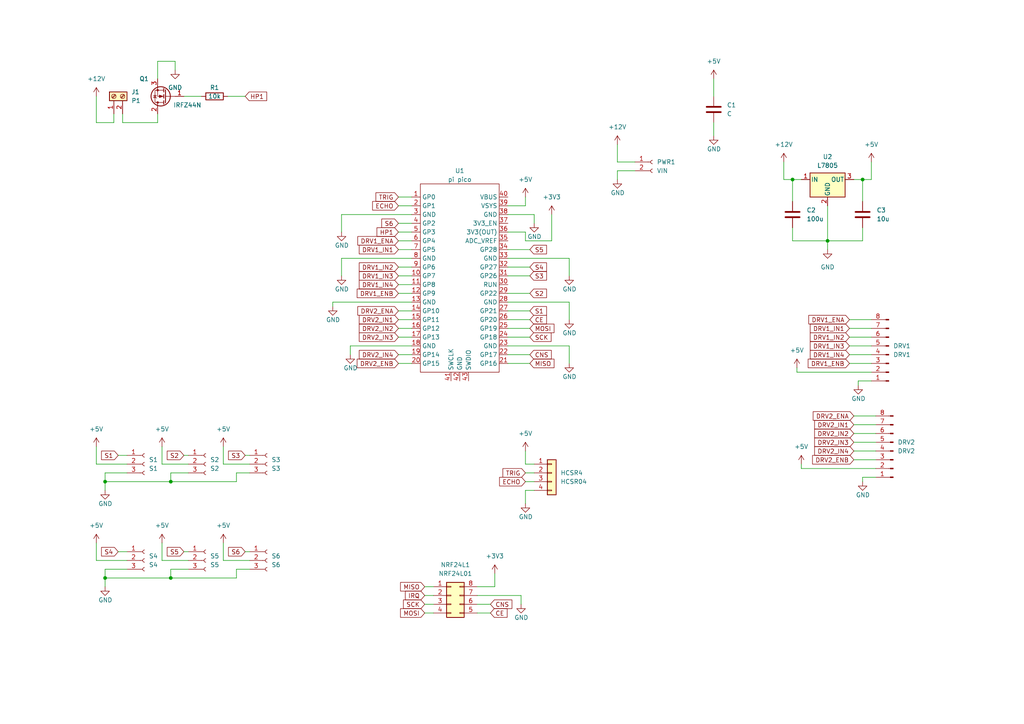
<source format=kicad_sch>
(kicad_sch (version 20211123) (generator eeschema)
  (paper "A4")
  (lib_symbols
    (symbol "Connector:Conn_01x02_Female" (pin_names (offset 1.016) hide)
      (property "Reference" "J" (at 0 2.54 0))
      (property "Value" "Conn_01x02_Female" (at 0 -5.08 0))
      (symbol "Conn_01x02_Female_1_1"
        (arc (start 0 -2.032) (mid -0.508 -2.54) (end 0 -3.048) (stroke (width 0.1524)))
        (polyline (pts (xy -1.27 -2.54) (xy -0.508 -2.54)) (stroke (width 0.1524)))
        (polyline (pts (xy -1.27 0) (xy -0.508 0)) (stroke (width 0.1524)))
        (arc (start 0 0.508) (mid -0.508 0) (end 0 -0.508) (stroke (width 0.1524)))
        (pin passive line (at -5.08 0 0) (length 3.81) (name "Pin_1") (number "1"))
        (pin passive line (at -5.08 -2.54 0) (length 3.81) (name "Pin_2") (number "2"))
      )
    )
    (symbol "Connector:Conn_01x03_Female" (pin_names (offset 1.016) hide)
      (property "Reference" "J" (at 0 5.08 0))
      (property "Value" "Conn_01x03_Female" (at 0 -5.08 0))
      (symbol "Conn_01x03_Female_1_1"
        (arc (start 0 -2.032) (mid -0.508 -2.54) (end 0 -3.048) (stroke (width 0.1524)))
        (polyline (pts (xy -1.27 -2.54) (xy -0.508 -2.54)) (stroke (width 0.1524)))
        (polyline (pts (xy -1.27 0) (xy -0.508 0)) (stroke (width 0.1524)))
        (polyline (pts (xy -1.27 2.54) (xy -0.508 2.54)) (stroke (width 0.1524)))
        (arc (start 0 0.508) (mid -0.508 0) (end 0 -0.508) (stroke (width 0.1524)))
        (arc (start 0 3.048) (mid -0.508 2.54) (end 0 2.032) (stroke (width 0.1524)))
        (pin passive line (at -5.08 2.54 0) (length 3.81) (name "Pin_1") (number "1"))
        (pin passive line (at -5.08 0 0) (length 3.81) (name "Pin_2") (number "2"))
        (pin passive line (at -5.08 -2.54 0) (length 3.81) (name "Pin_3") (number "3"))
      )
    )
    (symbol "Connector:Conn_01x08_Male" (pin_names (offset 1.016) hide)
      (property "Reference" "J" (at 0 10.16 0))
      (property "Value" "Conn_01x08_Male" (at 0 -12.7 0))
      (symbol "Conn_01x08_Male_1_1"
        (polyline (pts (xy 1.27 -10.16) (xy 0.8636 -10.16)) (stroke (width 0.1524)))
        (polyline (pts (xy 1.27 -7.62) (xy 0.8636 -7.62)) (stroke (width 0.1524)))
        (polyline (pts (xy 1.27 -5.08) (xy 0.8636 -5.08)) (stroke (width 0.1524)))
        (polyline (pts (xy 1.27 -2.54) (xy 0.8636 -2.54)) (stroke (width 0.1524)))
        (polyline (pts (xy 1.27 0) (xy 0.8636 0)) (stroke (width 0.1524)))
        (polyline (pts (xy 1.27 2.54) (xy 0.8636 2.54)) (stroke (width 0.1524)))
        (polyline (pts (xy 1.27 5.08) (xy 0.8636 5.08)) (stroke (width 0.1524)))
        (polyline (pts (xy 1.27 7.62) (xy 0.8636 7.62)) (stroke (width 0.1524)))
        (rectangle (start 0.8636 -10.033) (end 0 -10.287) (stroke (width 0.1524)) (fill (type outline)))
        (rectangle (start 0.8636 -7.493) (end 0 -7.747) (stroke (width 0.1524)) (fill (type outline)))
        (rectangle (start 0.8636 -4.953) (end 0 -5.207) (stroke (width 0.1524)) (fill (type outline)))
        (rectangle (start 0.8636 -2.413) (end 0 -2.667) (stroke (width 0.1524)) (fill (type outline)))
        (rectangle (start 0.8636 0.127) (end 0 -0.127) (stroke (width 0.1524)) (fill (type outline)))
        (rectangle (start 0.8636 2.667) (end 0 2.413) (stroke (width 0.1524)) (fill (type outline)))
        (rectangle (start 0.8636 5.207) (end 0 4.953) (stroke (width 0.1524)) (fill (type outline)))
        (rectangle (start 0.8636 7.747) (end 0 7.493) (stroke (width 0.1524)) (fill (type outline)))
        (pin passive line (at 5.08 7.62 180) (length 3.81) (name "Pin_1") (number "1"))
        (pin passive line (at 5.08 5.08 180) (length 3.81) (name "Pin_2") (number "2"))
        (pin passive line (at 5.08 2.54 180) (length 3.81) (name "Pin_3") (number "3"))
        (pin passive line (at 5.08 0 180) (length 3.81) (name "Pin_4") (number "4"))
        (pin passive line (at 5.08 -2.54 180) (length 3.81) (name "Pin_5") (number "5"))
        (pin passive line (at 5.08 -5.08 180) (length 3.81) (name "Pin_6") (number "6"))
        (pin passive line (at 5.08 -7.62 180) (length 3.81) (name "Pin_7") (number "7"))
        (pin passive line (at 5.08 -10.16 180) (length 3.81) (name "Pin_8") (number "8"))
      )
    )
    (symbol "Connector:Screw_Terminal_01x02" (pin_names (offset 1.016) hide)
      (property "Reference" "J" (at 0 2.54 0))
      (property "Value" "Screw_Terminal_01x02" (at 0 -5.08 0))
      (symbol "Screw_Terminal_01x02_1_1"
        (rectangle (start -1.27 1.27) (end 1.27 -3.81) (stroke (width 0.254)) (fill (type background)))
        (circle (center 0 -2.54) (radius 0.635) (stroke (width 0.1524)))
        (polyline (pts (xy -0.5334 -2.2098) (xy 0.3302 -3.048)) (stroke (width 0.1524)))
        (polyline (pts (xy -0.5334 0.3302) (xy 0.3302 -0.508)) (stroke (width 0.1524)))
        (polyline (pts (xy -0.3556 -2.032) (xy 0.508 -2.8702)) (stroke (width 0.1524)))
        (polyline (pts (xy -0.3556 0.508) (xy 0.508 -0.3302)) (stroke (width 0.1524)))
        (circle (center 0 0) (radius 0.635) (stroke (width 0.1524)))
        (pin passive line (at -5.08 0 0) (length 3.81) (name "Pin_1") (number "1"))
        (pin passive line (at -5.08 -2.54 0) (length 3.81) (name "Pin_2") (number "2"))
      )
    )
    (symbol "Connector_Generic:Conn_01x04" (pin_names (offset 1.016) hide)
      (property "Reference" "J" (at 0 5.08 0))
      (property "Value" "Conn_01x04" (at 0 -7.62 0))
      (symbol "Conn_01x04_1_1"
        (rectangle (start -1.27 -4.953) (end 0 -5.207) (stroke (width 0.1524)))
        (rectangle (start -1.27 -2.413) (end 0 -2.667) (stroke (width 0.1524)))
        (rectangle (start -1.27 0.127) (end 0 -0.127) (stroke (width 0.1524)))
        (rectangle (start -1.27 2.667) (end 0 2.413) (stroke (width 0.1524)))
        (rectangle (start -1.27 3.81) (end 1.27 -6.35) (stroke (width 0.254)) (fill (type background)))
        (pin passive line (at -5.08 2.54 0) (length 3.81) (name "Pin_1") (number "1"))
        (pin passive line (at -5.08 0 0) (length 3.81) (name "Pin_2") (number "2"))
        (pin passive line (at -5.08 -2.54 0) (length 3.81) (name "Pin_3") (number "3"))
        (pin passive line (at -5.08 -5.08 0) (length 3.81) (name "Pin_4") (number "4"))
      )
    )
    (symbol "Connector_Generic:Conn_02x04_Counter_Clockwise" (pin_names (offset 1.016) hide)
      (property "Reference" "J" (at 1.27 5.08 0))
      (property "Value" "Conn_02x04_Counter_Clockwise" (at 1.27 -7.62 0))
      (symbol "Conn_02x04_Counter_Clockwise_1_1"
        (rectangle (start -1.27 -4.953) (end 0 -5.207) (stroke (width 0.1524)))
        (rectangle (start -1.27 -2.413) (end 0 -2.667) (stroke (width 0.1524)))
        (rectangle (start -1.27 0.127) (end 0 -0.127) (stroke (width 0.1524)))
        (rectangle (start -1.27 2.667) (end 0 2.413) (stroke (width 0.1524)))
        (rectangle (start -1.27 3.81) (end 3.81 -6.35) (stroke (width 0.254)) (fill (type background)))
        (rectangle (start 3.81 -4.953) (end 2.54 -5.207) (stroke (width 0.1524)))
        (rectangle (start 3.81 -2.413) (end 2.54 -2.667) (stroke (width 0.1524)))
        (rectangle (start 3.81 0.127) (end 2.54 -0.127) (stroke (width 0.1524)))
        (rectangle (start 3.81 2.667) (end 2.54 2.413) (stroke (width 0.1524)))
        (pin passive line (at -5.08 2.54 0) (length 3.81) (name "Pin_1") (number "1"))
        (pin passive line (at -5.08 0 0) (length 3.81) (name "Pin_2") (number "2"))
        (pin passive line (at -5.08 -2.54 0) (length 3.81) (name "Pin_3") (number "3"))
        (pin passive line (at -5.08 -5.08 0) (length 3.81) (name "Pin_4") (number "4"))
        (pin passive line (at 7.62 -5.08 180) (length 3.81) (name "Pin_5") (number "5"))
        (pin passive line (at 7.62 -2.54 180) (length 3.81) (name "Pin_6") (number "6"))
        (pin passive line (at 7.62 0 180) (length 3.81) (name "Pin_7") (number "7"))
        (pin passive line (at 7.62 2.54 180) (length 3.81) (name "Pin_8") (number "8"))
      )
    )
    (symbol "Device:C" (pin_numbers hide) (pin_names (offset 0.254))
      (property "Reference" "C" (at 0.635 2.54 0))
      (property "Value" "C" (at 0.635 -2.54 0))
      (symbol "C_0_1"
        (polyline (pts (xy -2.032 -0.762) (xy 2.032 -0.762)) (stroke (width 0.508)))
        (polyline (pts (xy -2.032 0.762) (xy 2.032 0.762)) (stroke (width 0.508)))
      )
      (symbol "C_1_1"
        (pin passive line (at 0 3.81 270) (length 2.794) (name "~") (number "1"))
        (pin passive line (at 0 -3.81 90) (length 2.794) (name "~") (number "2"))
      )
    )
    (symbol "Device:R" (pin_numbers hide) (pin_names (offset 0))
      (property "Reference" "R" (at 2.032 0 90))
      (property "Value" "R" (at 0 0 90))
      (symbol "R_0_1"
        (rectangle (start -1.016 -2.54) (end 1.016 2.54) (stroke (width 0.254)))
      )
      (symbol "R_1_1"
        (pin passive line (at 0 3.81 270) (length 1.27) (name "~") (number "1"))
        (pin passive line (at 0 -3.81 90) (length 1.27) (name "~") (number "2"))
      )
    )
    (symbol "Regulator_Linear:L7805" (pin_names (offset 0.254))
      (property "Reference" "U" (at -3.81 3.175 0))
      (property "Value" "L7805" (at 0 3.175 0))
      (symbol "L7805_0_1"
        (rectangle (start -5.08 1.905) (end 5.08 -5.08) (stroke (width 0.254)) (fill (type background)))
      )
      (symbol "L7805_1_1"
        (pin power_in line (at -7.62 0 0) (length 2.54) (name "IN") (number "1"))
        (pin power_in line (at 0 -7.62 90) (length 2.54) (name "GND") (number "2"))
        (pin power_out line (at 7.62 0 180) (length 2.54) (name "OUT") (number "3"))
      )
    )
    (symbol "Transistor_FET:IRF540N" (pin_names hide)
      (property "Reference" "Q" (at 6.35 1.905 0))
      (property "Value" "IRF540N" (at 6.35 0 0))
      (symbol "IRF540N_0_1"
        (polyline (pts (xy 0.254 0) (xy -2.54 0)))
        (polyline (pts (xy 0.254 1.905) (xy 0.254 -1.905)) (stroke (width 0.254)))
        (polyline (pts (xy 0.762 -1.27) (xy 0.762 -2.286)) (stroke (width 0.254)))
        (polyline (pts (xy 0.762 0.508) (xy 0.762 -0.508)) (stroke (width 0.254)))
        (polyline (pts (xy 0.762 2.286) (xy 0.762 1.27)) (stroke (width 0.254)))
        (polyline (pts (xy 2.54 2.54) (xy 2.54 1.778)))
        (polyline (pts (xy 2.54 -2.54) (xy 2.54 0) (xy 0.762 0)))
        (polyline (pts (xy 0.762 -1.778) (xy 3.302 -1.778) (xy 3.302 1.778) (xy 0.762 1.778)))
        (polyline (pts (xy 1.016 0) (xy 2.032 0.381) (xy 2.032 -0.381) (xy 1.016 0)) (fill (type outline)))
        (polyline (pts (xy 2.794 0.508) (xy 2.921 0.381) (xy 3.683 0.381) (xy 3.81 0.254)))
        (polyline (pts (xy 3.302 0.381) (xy 2.921 -0.254) (xy 3.683 -0.254) (xy 3.302 0.381)))
        (circle (center 1.651 0) (radius 2.794) (stroke (width 0.254)))
        (circle (center 2.54 -1.778) (radius 0.254) (fill (type outline)))
        (circle (center 2.54 1.778) (radius 0.254) (fill (type outline)))
      )
      (symbol "IRF540N_1_1"
        (pin input line (at -5.08 0 0) (length 2.54) (name "G") (number "1"))
        (pin passive line (at 2.54 5.08 270) (length 2.54) (name "D") (number "2"))
        (pin passive line (at 2.54 -5.08 90) (length 2.54) (name "S") (number "3"))
      )
    )
    (symbol "pico:pi pico"
      (property "Reference" "U" (at 6.35 -29.21 0))
      (property "Value" "pi pico" (at 0 25.4 0))
      (symbol "pi pico_0_1"
        (rectangle (start -11.43 26.67) (end 11.43 -27.94))
      )
      (symbol "pi pico_1_1"
        (pin bidirectional line (at -13.97 22.86 0) (length 2.54) (name "GP0") (number "1"))
        (pin bidirectional line (at -13.97 0 0) (length 2.54) (name "GP7") (number "10"))
        (pin bidirectional line (at -13.97 -2.54 0) (length 2.54) (name "GP8") (number "11"))
        (pin bidirectional line (at -13.97 -5.08 0) (length 2.54) (name "GP9") (number "12"))
        (pin power_in line (at -13.97 -7.62 0) (length 2.54) (name "GND") (number "13"))
        (pin bidirectional line (at -13.97 -10.16 0) (length 2.54) (name "GP10") (number "14"))
        (pin bidirectional line (at -13.97 -12.7 0) (length 2.54) (name "GP11") (number "15"))
        (pin bidirectional line (at -13.97 -15.24 0) (length 2.54) (name "GP12") (number "16"))
        (pin bidirectional line (at -13.97 -17.78 0) (length 2.54) (name "GP13") (number "17"))
        (pin power_in line (at -13.97 -20.32 0) (length 2.54) (name "GND") (number "18"))
        (pin bidirectional line (at -13.97 -22.86 0) (length 2.54) (name "GP14") (number "19"))
        (pin bidirectional line (at -13.97 20.32 0) (length 2.54) (name "GP1") (number "2"))
        (pin bidirectional line (at -13.97 -25.4 0) (length 2.54) (name "GP15") (number "20"))
        (pin bidirectional line (at 13.97 -25.4 180) (length 2.54) (name "GP16") (number "21"))
        (pin bidirectional line (at 13.97 -22.86 180) (length 2.54) (name "GP17") (number "22"))
        (pin power_in line (at 13.97 -20.32 180) (length 2.54) (name "GND") (number "23"))
        (pin bidirectional line (at 13.97 -17.78 180) (length 2.54) (name "GP18") (number "24"))
        (pin bidirectional line (at 13.97 -15.24 180) (length 2.54) (name "GP19") (number "25"))
        (pin bidirectional line (at 13.97 -12.7 180) (length 2.54) (name "GP20") (number "26"))
        (pin bidirectional line (at 13.97 -10.16 180) (length 2.54) (name "GP21") (number "27"))
        (pin power_in line (at 13.97 -7.62 180) (length 2.54) (name "GND") (number "28"))
        (pin bidirectional line (at 13.97 -5.08 180) (length 2.54) (name "GP22") (number "29"))
        (pin power_in line (at -13.97 17.78 0) (length 2.54) (name "GND") (number "3"))
        (pin input line (at 13.97 -2.54 180) (length 2.54) (name "RUN") (number "30"))
        (pin bidirectional line (at 13.97 0 180) (length 2.54) (name "GP26") (number "31"))
        (pin bidirectional line (at 13.97 2.54 180) (length 2.54) (name "GP27") (number "32"))
        (pin power_in line (at 13.97 5.08 180) (length 2.54) (name "GND") (number "33"))
        (pin bidirectional line (at 13.97 7.62 180) (length 2.54) (name "GP28") (number "34"))
        (pin input line (at 13.97 10.16 180) (length 2.54) (name "ADC_VREF") (number "35"))
        (pin power_out line (at 13.97 12.7 180) (length 2.54) (name "3V3(OUT)") (number "36"))
        (pin input line (at 13.97 15.24 180) (length 2.54) (name "3V3_EN") (number "37"))
        (pin power_in line (at 13.97 17.78 180) (length 2.54) (name "GND") (number "38"))
        (pin power_out line (at 13.97 20.32 180) (length 2.54) (name "VSYS") (number "39"))
        (pin bidirectional line (at -13.97 15.24 0) (length 2.54) (name "GP2") (number "4"))
        (pin power_out line (at 13.97 22.86 180) (length 2.54) (name "VBUS") (number "40"))
        (pin bidirectional line (at -2.54 -30.48 90) (length 2.54) (name "SWCLK") (number "41"))
        (pin power_in line (at 0 -30.48 90) (length 2.54) (name "GND") (number "42"))
        (pin bidirectional line (at 2.54 -30.48 90) (length 2.54) (name "SWDIO") (number "43"))
        (pin bidirectional line (at -13.97 12.7 0) (length 2.54) (name "GP3") (number "5"))
        (pin bidirectional line (at -13.97 10.16 0) (length 2.54) (name "GP4") (number "6"))
        (pin bidirectional line (at -13.97 7.62 0) (length 2.54) (name "GP5") (number "7"))
        (pin power_in line (at -13.97 5.08 0) (length 2.54) (name "GND") (number "8"))
        (pin bidirectional line (at -13.97 2.54 0) (length 2.54) (name "GP6") (number "9"))
      )
    )
    (symbol "power:+12V" (power) (pin_names (offset 0))
      (property "Value" "+12V" (at 0 3.556 0))
      (symbol "+12V_0_1"
        (polyline (pts (xy -0.762 1.27) (xy 0 2.54)))
        (polyline (pts (xy 0 0) (xy 0 2.54)))
        (polyline (pts (xy 0 2.54) (xy 0.762 1.27)))
      )
      (symbol "+12V_1_1"
        (pin power_in line (at 0 0 90) (length 0) hide (name "+12V") (number "1"))
      )
    )
    (symbol "power:+3V3" (power) (pin_names (offset 0))
      (property "Value" "+3V3" (at 0 3.556 0))
      (symbol "+3V3_0_1"
        (polyline (pts (xy -0.762 1.27) (xy 0 2.54)))
        (polyline (pts (xy 0 0) (xy 0 2.54)))
        (polyline (pts (xy 0 2.54) (xy 0.762 1.27)))
      )
      (symbol "+3V3_1_1"
        (pin power_in line (at 0 0 90) (length 0) hide (name "+3V3") (number "1"))
      )
    )
    (symbol "power:+5V" (power) (pin_names (offset 0))
      (property "Value" "+5V" (at 0 3.556 0))
      (symbol "+5V_0_1"
        (polyline (pts (xy -0.762 1.27) (xy 0 2.54)))
        (polyline (pts (xy 0 0) (xy 0 2.54)))
        (polyline (pts (xy 0 2.54) (xy 0.762 1.27)))
      )
      (symbol "+5V_1_1"
        (pin power_in line (at 0 0 90) (length 0) hide (name "+5V") (number "1"))
      )
    )
    (symbol "power:GND" (power) (pin_names (offset 0))
      (property "Value" "GND" (at 0 -3.81 0))
      (symbol "GND_0_1"
        (polyline (pts (xy 0 0) (xy 0 -1.27) (xy 1.27 -1.27) (xy 0 -2.54) (xy -1.27 -1.27) (xy 0 -1.27)))
      )
      (symbol "GND_1_1"
        (pin power_in line (at 0 0 270) (length 0) hide (name "GND") (number "1"))
      )
    )
  )
  (junction (at 240.03 69.85))
  (junction (at 49.53 167.64))
  (junction (at 30.48 139.7))
  (junction (at 250.19 52.07))
  (junction (at 30.48 167.64))
  (junction (at 229.87 52.07))
  (junction (at 49.53 139.7))
  (wire (pts (xy 72.39 162.56) (xy 64.77 162.56)))
  (wire (pts (xy 101.6 102.87) (xy 101.6 100.33)))
  (wire (pts (xy 246.38 97.79) (xy 252.73 97.79)))
  (wire (pts (xy 247.65 120.65) (xy 254 120.65)))
  (wire (pts (xy 147.32 102.87) (xy 153.67 102.87)))
  (wire (pts (xy 160.02 62.23) (xy 160.02 69.85)))
  (wire (pts (xy 240.03 69.85) (xy 250.19 69.85)))
  (wire (pts (xy 165.1 87.63) (xy 147.32 87.63)))
  (wire (pts (xy 151.13 172.72) (xy 151.13 175.26)))
  (wire (pts (xy 179.07 49.53) (xy 179.07 52.07)))
  (wire (pts (xy 96.52 87.63) (xy 119.38 87.63)))
  (wire (pts (xy 35.56 35.56) (xy 45.72 35.56)))
  (wire (pts (xy 229.87 66.04) (xy 229.87 69.85)))
  (wire (pts (xy 152.4 134.62) (xy 152.4 130.81)))
  (wire (pts (xy 246.38 95.25) (xy 252.73 95.25)))
  (wire (pts (xy 64.77 134.62) (xy 64.77 129.54)))
  (wire (pts (xy 30.48 167.64) (xy 30.48 165.1)))
  (wire (pts (xy 207.01 35.56) (xy 207.01 39.37)))
  (wire (pts (xy 53.34 160.02) (xy 54.61 160.02)))
  (wire (pts (xy 123.19 175.26) (xy 125.73 175.26)))
  (wire (pts (xy 49.53 137.16) (xy 49.53 139.7)))
  (wire (pts (xy 49.53 139.7) (xy 30.48 139.7)))
  (wire (pts (xy 30.48 165.1) (xy 36.83 165.1)))
  (wire (pts (xy 115.57 64.77) (xy 119.38 64.77)))
  (wire (pts (xy 46.99 134.62) (xy 46.99 129.54)))
  (wire (pts (xy 250.19 138.43) (xy 250.19 139.7)))
  (wire (pts (xy 184.15 46.99) (xy 179.07 46.99)))
  (wire (pts (xy 66.04 27.94) (xy 71.12 27.94)))
  (wire (pts (xy 165.1 92.71) (xy 165.1 87.63)))
  (wire (pts (xy 147.32 90.17) (xy 153.67 90.17)))
  (wire (pts (xy 247.65 123.19) (xy 254 123.19)))
  (wire (pts (xy 247.65 52.07) (xy 250.19 52.07)))
  (wire (pts (xy 232.41 135.89) (xy 232.41 134.62)))
  (wire (pts (xy 50.8 17.78) (xy 50.8 20.32)))
  (wire (pts (xy 247.65 128.27) (xy 254 128.27)))
  (wire (pts (xy 123.19 172.72) (xy 125.73 172.72)))
  (wire (pts (xy 30.48 170.18) (xy 30.48 167.64)))
  (wire (pts (xy 147.32 80.01) (xy 153.67 80.01)))
  (wire (pts (xy 49.53 167.64) (xy 68.58 167.64)))
  (wire (pts (xy 115.57 85.09) (xy 119.38 85.09)))
  (wire (pts (xy 246.38 105.41) (xy 252.73 105.41)))
  (wire (pts (xy 154.94 64.77) (xy 154.94 62.23)))
  (wire (pts (xy 246.38 102.87) (xy 252.73 102.87)))
  (wire (pts (xy 138.43 177.8) (xy 142.24 177.8)))
  (wire (pts (xy 35.56 33.02) (xy 35.56 35.56)))
  (wire (pts (xy 45.72 22.86) (xy 45.72 17.78)))
  (wire (pts (xy 254 135.89) (xy 232.41 135.89)))
  (wire (pts (xy 147.32 97.79) (xy 153.67 97.79)))
  (wire (pts (xy 123.19 170.18) (xy 125.73 170.18)))
  (wire (pts (xy 138.43 175.26) (xy 142.24 175.26)))
  (wire (pts (xy 147.32 77.47) (xy 153.67 77.47)))
  (wire (pts (xy 152.4 137.16) (xy 154.94 137.16)))
  (wire (pts (xy 147.32 105.41) (xy 153.67 105.41)))
  (wire (pts (xy 165.1 105.41) (xy 165.1 100.33)))
  (wire (pts (xy 115.57 105.41) (xy 119.38 105.41)))
  (wire (pts (xy 30.48 137.16) (xy 36.83 137.16)))
  (wire (pts (xy 252.73 107.95) (xy 231.14 107.95)))
  (wire (pts (xy 229.87 69.85) (xy 240.03 69.85)))
  (wire (pts (xy 33.02 35.56) (xy 33.02 33.02)))
  (wire (pts (xy 147.32 92.71) (xy 153.67 92.71)))
  (wire (pts (xy 179.07 46.99) (xy 179.07 41.91)))
  (wire (pts (xy 229.87 52.07) (xy 229.87 58.42)))
  (wire (pts (xy 207.01 22.86) (xy 207.01 27.94)))
  (wire (pts (xy 115.57 82.55) (xy 119.38 82.55)))
  (wire (pts (xy 34.29 160.02) (xy 36.83 160.02)))
  (wire (pts (xy 30.48 142.24) (xy 30.48 139.7)))
  (wire (pts (xy 147.32 59.69) (xy 152.4 59.69)))
  (wire (pts (xy 115.57 77.47) (xy 119.38 77.47)))
  (wire (pts (xy 147.32 62.23) (xy 154.94 62.23)))
  (wire (pts (xy 53.34 27.94) (xy 58.42 27.94)))
  (wire (pts (xy 49.53 137.16) (xy 54.61 137.16)))
  (wire (pts (xy 250.19 52.07) (xy 252.73 52.07)))
  (wire (pts (xy 115.57 57.15) (xy 119.38 57.15)))
  (wire (pts (xy 246.38 100.33) (xy 252.73 100.33)))
  (wire (pts (xy 49.53 167.64) (xy 30.48 167.64)))
  (wire (pts (xy 30.48 139.7) (xy 30.48 137.16)))
  (wire (pts (xy 115.57 72.39) (xy 119.38 72.39)))
  (wire (pts (xy 152.4 57.15) (xy 152.4 59.69)))
  (wire (pts (xy 115.57 59.69) (xy 119.38 59.69)))
  (wire (pts (xy 247.65 130.81) (xy 254 130.81)))
  (wire (pts (xy 45.72 17.78) (xy 50.8 17.78)))
  (wire (pts (xy 53.34 132.08) (xy 54.61 132.08)))
  (wire (pts (xy 147.32 100.33) (xy 165.1 100.33)))
  (wire (pts (xy 240.03 69.85) (xy 240.03 59.69)))
  (wire (pts (xy 138.43 172.72) (xy 151.13 172.72)))
  (wire (pts (xy 115.57 102.87) (xy 119.38 102.87)))
  (wire (pts (xy 115.57 67.31) (xy 119.38 67.31)))
  (wire (pts (xy 46.99 134.62) (xy 54.61 134.62)))
  (wire (pts (xy 49.53 139.7) (xy 68.58 139.7)))
  (wire (pts (xy 99.06 74.93) (xy 119.38 74.93)))
  (wire (pts (xy 71.12 132.08) (xy 72.39 132.08)))
  (wire (pts (xy 115.57 80.01) (xy 119.38 80.01)))
  (wire (pts (xy 115.57 95.25) (xy 119.38 95.25)))
  (wire (pts (xy 184.15 49.53) (xy 179.07 49.53)))
  (wire (pts (xy 123.19 177.8) (xy 125.73 177.8)))
  (wire (pts (xy 152.4 139.7) (xy 154.94 139.7)))
  (wire (pts (xy 64.77 162.56) (xy 64.77 157.48)))
  (wire (pts (xy 71.12 160.02) (xy 72.39 160.02)))
  (wire (pts (xy 165.1 74.93) (xy 147.32 74.93)))
  (wire (pts (xy 99.06 80.01) (xy 99.06 74.93)))
  (wire (pts (xy 160.02 69.85) (xy 152.4 69.85)))
  (wire (pts (xy 252.73 110.49) (xy 248.92 110.49)))
  (wire (pts (xy 27.94 27.94) (xy 27.94 35.56)))
  (wire (pts (xy 247.65 133.35) (xy 254 133.35)))
  (wire (pts (xy 143.51 170.18) (xy 143.51 166.37)))
  (wire (pts (xy 248.92 110.49) (xy 248.92 111.76)))
  (wire (pts (xy 68.58 137.16) (xy 72.39 137.16)))
  (wire (pts (xy 115.57 90.17) (xy 119.38 90.17)))
  (wire (pts (xy 154.94 142.24) (xy 152.4 142.24)))
  (wire (pts (xy 101.6 100.33) (xy 119.38 100.33)))
  (wire (pts (xy 68.58 165.1) (xy 72.39 165.1)))
  (wire (pts (xy 45.72 35.56) (xy 45.72 33.02)))
  (wire (pts (xy 154.94 134.62) (xy 152.4 134.62)))
  (wire (pts (xy 254 138.43) (xy 250.19 138.43)))
  (wire (pts (xy 252.73 46.99) (xy 252.73 52.07)))
  (wire (pts (xy 36.83 162.56) (xy 27.94 162.56)))
  (wire (pts (xy 247.65 125.73) (xy 254 125.73)))
  (wire (pts (xy 99.06 67.31) (xy 99.06 62.23)))
  (wire (pts (xy 72.39 134.62) (xy 64.77 134.62)))
  (wire (pts (xy 27.94 134.62) (xy 27.94 129.54)))
  (wire (pts (xy 138.43 170.18) (xy 143.51 170.18)))
  (wire (pts (xy 27.94 35.56) (xy 33.02 35.56)))
  (wire (pts (xy 27.94 162.56) (xy 27.94 157.48)))
  (wire (pts (xy 34.29 132.08) (xy 36.83 132.08)))
  (wire (pts (xy 96.52 88.9) (xy 96.52 87.63)))
  (wire (pts (xy 231.14 107.95) (xy 231.14 106.68)))
  (wire (pts (xy 246.38 92.71) (xy 252.73 92.71)))
  (wire (pts (xy 250.19 52.07) (xy 250.19 58.42)))
  (wire (pts (xy 68.58 139.7) (xy 68.58 137.16)))
  (wire (pts (xy 240.03 69.85) (xy 240.03 72.39)))
  (wire (pts (xy 152.4 67.31) (xy 147.32 67.31)))
  (wire (pts (xy 152.4 142.24) (xy 152.4 146.05)))
  (wire (pts (xy 36.83 134.62) (xy 27.94 134.62)))
  (wire (pts (xy 115.57 92.71) (xy 119.38 92.71)))
  (wire (pts (xy 115.57 97.79) (xy 119.38 97.79)))
  (wire (pts (xy 232.41 52.07) (xy 229.87 52.07)))
  (wire (pts (xy 147.32 95.25) (xy 153.67 95.25)))
  (wire (pts (xy 115.57 69.85) (xy 119.38 69.85)))
  (wire (pts (xy 99.06 62.23) (xy 119.38 62.23)))
  (wire (pts (xy 147.32 85.09) (xy 153.67 85.09)))
  (wire (pts (xy 49.53 165.1) (xy 54.61 165.1)))
  (wire (pts (xy 49.53 165.1) (xy 49.53 167.64)))
  (wire (pts (xy 227.33 46.99) (xy 227.33 52.07)))
  (wire (pts (xy 46.99 162.56) (xy 54.61 162.56)))
  (wire (pts (xy 152.4 69.85) (xy 152.4 67.31)))
  (wire (pts (xy 250.19 66.04) (xy 250.19 69.85)))
  (wire (pts (xy 147.32 72.39) (xy 153.67 72.39)))
  (wire (pts (xy 165.1 80.01) (xy 165.1 74.93)))
  (wire (pts (xy 227.33 52.07) (xy 229.87 52.07)))
  (wire (pts (xy 68.58 167.64) (xy 68.58 165.1)))
  (wire (pts (xy 46.99 162.56) (xy 46.99 157.48)))
  (global_label "DRV2_IN2" (shape input) (at 247.65 125.73 180) (property "Intersheet References" "${INTERSHEET_REFS}" (effects hide)))
  (global_label "S2" (shape input) (at 153.67 85.09 0) (property "Intersheet References" "${INTERSHEET_REFS}" (effects hide)))
  (global_label "DRV1_ENA" (shape input) (at 246.38 92.71 180) (property "Intersheet References" "${INTERSHEET_REFS}" (effects hide)))
  (global_label "DRV2_IN1" (shape input) (at 115.57 92.71 180) (property "Intersheet References" "${INTERSHEET_REFS}" (effects hide)))
  (global_label "DRV1_IN4" (shape input) (at 115.57 82.55 180) (property "Intersheet References" "${INTERSHEET_REFS}" (effects hide)))
  (global_label "MISO" (shape input) (at 123.19 170.18 180) (property "Intersheet References" "${INTERSHEET_REFS}" (effects hide)))
  (global_label "CNS" (shape input) (at 142.24 175.26 0) (property "Intersheet References" "${INTERSHEET_REFS}" (effects hide)))
  (global_label "DRV1_IN1" (shape input) (at 115.57 72.39 180) (property "Intersheet References" "${INTERSHEET_REFS}" (effects hide)))
  (global_label "S1" (shape input) (at 34.29 132.08 180) (property "Intersheet References" "${INTERSHEET_REFS}" (effects hide)))
  (global_label "MOSI" (shape input) (at 153.67 95.25 0) (property "Intersheet References" "${INTERSHEET_REFS}" (effects hide)))
  (global_label "S6" (shape input) (at 115.57 64.77 180) (property "Intersheet References" "${INTERSHEET_REFS}" (effects hide)))
  (global_label "MOSI" (shape input) (at 123.19 177.8 180) (property "Intersheet References" "${INTERSHEET_REFS}" (effects hide)))
  (global_label "S4" (shape input) (at 153.67 77.47 0) (property "Intersheet References" "${INTERSHEET_REFS}" (effects hide)))
  (global_label "S3" (shape input) (at 71.12 132.08 180) (property "Intersheet References" "${INTERSHEET_REFS}" (effects hide)))
  (global_label "S5" (shape input) (at 53.34 160.02 180) (property "Intersheet References" "${INTERSHEET_REFS}" (effects hide)))
  (global_label "DRV1_IN1" (shape input) (at 246.38 95.25 180) (property "Intersheet References" "${INTERSHEET_REFS}" (effects hide)))
  (global_label "S3" (shape input) (at 153.67 80.01 0) (property "Intersheet References" "${INTERSHEET_REFS}" (effects hide)))
  (global_label "IRQ" (shape input) (at 123.19 172.72 180) (property "Intersheet References" "${INTERSHEET_REFS}" (effects hide)))
  (global_label "DRV2_IN3" (shape input) (at 115.57 97.79 180) (property "Intersheet References" "${INTERSHEET_REFS}" (effects hide)))
  (global_label "DRV2_IN3" (shape input) (at 247.65 128.27 180) (property "Intersheet References" "${INTERSHEET_REFS}" (effects hide)))
  (global_label "S4" (shape input) (at 34.29 160.02 180) (property "Intersheet References" "${INTERSHEET_REFS}" (effects hide)))
  (global_label "DRV1_IN4" (shape input) (at 246.38 102.87 180) (property "Intersheet References" "${INTERSHEET_REFS}" (effects hide)))
  (global_label "DRV2_IN4" (shape input) (at 115.57 102.87 180) (property "Intersheet References" "${INTERSHEET_REFS}" (effects hide)))
  (global_label "ECHO" (shape input) (at 152.4 139.7 180) (property "Intersheet References" "${INTERSHEET_REFS}" (effects hide)))
  (global_label "S1" (shape input) (at 153.67 90.17 0) (property "Intersheet References" "${INTERSHEET_REFS}" (effects hide)))
  (global_label "HP1" (shape input) (at 115.57 67.31 180) (property "Intersheet References" "${INTERSHEET_REFS}" (effects hide)))
  (global_label "DRV2_ENA" (shape input) (at 247.65 120.65 180) (property "Intersheet References" "${INTERSHEET_REFS}" (effects hide)))
  (global_label "DRV1_ENB" (shape input) (at 115.57 85.09 180) (property "Intersheet References" "${INTERSHEET_REFS}" (effects hide)))
  (global_label "DRV2_ENB" (shape input) (at 247.65 133.35 180) (property "Intersheet References" "${INTERSHEET_REFS}" (effects hide)))
  (global_label "S2" (shape input) (at 53.34 132.08 180) (property "Intersheet References" "${INTERSHEET_REFS}" (effects hide)))
  (global_label "TRIG" (shape input) (at 152.4 137.16 180) (property "Intersheet References" "${INTERSHEET_REFS}" (effects hide)))
  (global_label "CE" (shape input) (at 142.24 177.8 0) (property "Intersheet References" "${INTERSHEET_REFS}" (effects hide)))
  (global_label "DRV2_IN2" (shape input) (at 115.57 95.25 180) (property "Intersheet References" "${INTERSHEET_REFS}" (effects hide)))
  (global_label "DRV2_ENA" (shape input) (at 115.57 90.17 180) (property "Intersheet References" "${INTERSHEET_REFS}" (effects hide)))
  (global_label "ECHO" (shape input) (at 115.57 59.69 180) (property "Intersheet References" "${INTERSHEET_REFS}" (effects hide)))
  (global_label "DRV2_ENB" (shape input) (at 115.57 105.41 180) (property "Intersheet References" "${INTERSHEET_REFS}" (effects hide)))
  (global_label "S5" (shape input) (at 153.67 72.39 0) (property "Intersheet References" "${INTERSHEET_REFS}" (effects hide)))
  (global_label "DRV1_ENA" (shape input) (at 115.57 69.85 180) (property "Intersheet References" "${INTERSHEET_REFS}" (effects hide)))
  (global_label "DRV1_IN3" (shape input) (at 115.57 80.01 180) (property "Intersheet References" "${INTERSHEET_REFS}" (effects hide)))
  (global_label "S6" (shape input) (at 71.12 160.02 180) (property "Intersheet References" "${INTERSHEET_REFS}" (effects hide)))
  (global_label "HP1" (shape input) (at 71.12 27.94 0) (property "Intersheet References" "${INTERSHEET_REFS}" (effects hide)))
  (global_label "DRV1_ENB" (shape input) (at 246.38 105.41 180) (property "Intersheet References" "${INTERSHEET_REFS}" (effects hide)))
  (global_label "CNS" (shape input) (at 153.67 102.87 0) (property "Intersheet References" "${INTERSHEET_REFS}" (effects hide)))
  (global_label "TRIG" (shape input) (at 115.57 57.15 180) (property "Intersheet References" "${INTERSHEET_REFS}" (effects hide)))
  (global_label "DRV2_IN4" (shape input) (at 247.65 130.81 180) (property "Intersheet References" "${INTERSHEET_REFS}" (effects hide)))
  (global_label "MISO" (shape input) (at 153.67 105.41 0) (property "Intersheet References" "${INTERSHEET_REFS}" (effects hide)))
  (global_label "SCK" (shape input) (at 153.67 97.79 0) (property "Intersheet References" "${INTERSHEET_REFS}" (effects hide)))
  (global_label "DRV1_IN2" (shape input) (at 115.57 77.47 180) (property "Intersheet References" "${INTERSHEET_REFS}" (effects hide)))
  (global_label "CE" (shape input) (at 153.67 92.71 0) (property "Intersheet References" "${INTERSHEET_REFS}" (effects hide)))
  (global_label "DRV1_IN2" (shape input) (at 246.38 97.79 180) (property "Intersheet References" "${INTERSHEET_REFS}" (effects hide)))
  (global_label "DRV2_IN1" (shape input) (at 247.65 123.19 180) (property "Intersheet References" "${INTERSHEET_REFS}" (effects hide)))
  (global_label "DRV1_IN3" (shape input) (at 246.38 100.33 180) (property "Intersheet References" "${INTERSHEET_REFS}" (effects hide)))
  (global_label "SCK" (shape input) (at 123.19 175.26 180) (property "Intersheet References" "${INTERSHEET_REFS}" (effects hide)))
  (symbol (lib_id "power:+5V") (at 27.94 157.48 0) (unit 1)
    (property "Reference" "#PWR03" (effects hide))
    (property "Value" "+5V" (at 27.94 152.4 0))
  )
  (symbol (lib_id "pico:pi pico") (at 133.35 80.01 0) (unit 1)
    (property "Reference" "U1" (at 133.35 49.53 0))
    (property "Value" "pi pico" (at 133.35 52.07 0))
    (property "Footprint" "RaspberryPi:raspberry pi pico" (effects hide))
  )
  (symbol (lib_id "Regulator_Linear:L7805") (at 240.03 52.07 0) (unit 1)
    (property "Reference" "U2" (at 240.03 45.466 0))
    (property "Value" "L7805" (at 240.03 48.006 0))
    (property "Footprint" "Package_TO_SOT_THT:TO-220-3_Vertical" (effects hide))
    (property "Datasheet" "http://www.st.com/content/ccc/resource/technical/document/datasheet/41/4f/b3/b0/12/d4/47/88/CD00000444.pdf/files/CD00000444.pdf/jcr:content/translations/en.CD00000444.pdf" (effects hide))
  )
  (symbol (lib_id "Device:R") (at 62.23 27.94 90) (unit 1)
    (property "Reference" "R1" (at 62.23 25.4 90))
    (property "Value" "10k" (at 62.23 27.94 90))
    (property "Footprint" "Resistor_SMD:R_1206_3216Metric_Pad1.30x1.75mm_HandSolder" (effects hide))
  )
  (symbol (lib_id "Transistor_FET:IRF540N") (at 48.26 27.94 180) (unit 1)
    (property "Reference" "Q1" (at 43.18 22.86 0) (effects (justify left)))
    (property "Value" "IRFZ44N" (at 58.42 30.48 0) (effects (justify left)))
    (property "Footprint" "Package_TO_SOT_THT:TO-220-3_Vertical" (effects hide))
    (property "Datasheet" "http://www.irf.com/product-info/datasheets/data/irf540n.pdf" (effects hide))
  )
  (symbol (lib_id "Connector:Conn_01x03_Female") (at 41.91 134.62 0) (unit 1)
    (property "Reference" "S1" (at 43.18 133.3499 0) (effects (justify left)))
    (property "Value" "S1" (at 43.18 135.8899 0) (effects (justify left)))
    (property "Footprint" "Connector_PinHeader_2.54mm:PinHeader_1x03_P2.54mm_Vertical" (effects hide))
  )
  (symbol (lib_id "Connector:Conn_01x02_Female") (at 189.23 46.99 0) (unit 1)
    (property "Reference" "PWR1" (at 190.5 46.9899 0) (effects (justify left)))
    (property "Value" "VIN" (at 190.5 49.5299 0) (effects (justify left)))
    (property "Footprint" "Connector_PinHeader_2.54mm:PinHeader_1x02_P2.54mm_Vertical" (effects hide))
  )
  (symbol (lib_id "Connector:Conn_01x03_Female") (at 59.69 162.56 0) (unit 1)
    (property "Reference" "S5" (at 60.96 161.2899 0) (effects (justify left)))
    (property "Value" "S5" (at 60.96 163.8299 0) (effects (justify left)))
    (property "Footprint" "Connector_PinHeader_2.54mm:PinHeader_1x03_P2.54mm_Vertical" (effects hide))
  )
  (symbol (lib_id "power:+5V") (at 252.73 46.99 0) (unit 1)
    (property "Reference" "#PWR035" (effects hide))
    (property "Value" "+5V" (at 252.73 41.91 0))
  )
  (symbol (lib_id "power:GND") (at 30.48 142.24 0) (unit 1)
    (property "Reference" "#PWR04" (effects hide))
    (property "Value" "GND" (at 30.5621 146.0991 0))
  )
  (symbol (lib_id "power:+3V3") (at 143.51 166.37 0) (unit 1)
    (property "Reference" "#PWR016" (effects hide))
    (property "Value" "+3V3" (at 143.51 161.29 0))
  )
  (symbol (lib_id "power:+5V") (at 232.41 134.62 0) (unit 1)
    (property "Reference" "#PWR031" (effects hide))
    (property "Value" "+5V" (at 232.41 129.54 0))
  )
  (symbol (lib_id "power:GND") (at 165.1 105.41 0) (unit 1)
    (property "Reference" "#PWR024" (effects hide))
    (property "Value" "GND" (at 165.1821 109.2691 0))
  )
  (symbol (lib_id "Connector_Generic:Conn_01x04") (at 160.02 137.16 0) (unit 1)
    (property "Reference" "HCSR4" (at 162.56 137.1599 0) (effects (justify left)))
    (property "Value" "HCSR04" (at 162.56 139.6999 0) (effects (justify left)))
    (property "Footprint" "Connector_PinSocket_2.54mm:PinSocket_1x04_P2.54mm_Vertical" (effects hide))
  )
  (symbol (lib_id "power:+3V3") (at 160.02 62.23 0) (unit 1)
    (property "Reference" "#PWR021" (effects hide))
    (property "Value" "+3V3" (at 160.02 57.15 0))
  )
  (symbol (lib_id "power:GND") (at 179.07 52.07 0) (unit 1)
    (property "Reference" "#PWR026" (effects hide))
    (property "Value" "GND" (at 179.1521 55.9291 0))
  )
  (symbol (lib_id "power:GND") (at 101.6 102.87 0) (unit 1)
    (property "Reference" "#PWR013" (effects hide))
    (property "Value" "GND" (at 101.6821 106.7291 0))
  )
  (symbol (lib_id "Connector:Conn_01x08_Male") (at 257.81 102.87 180) (unit 1)
    (property "Reference" "DRV1" (at 259.08 100.3299 0) (effects (justify right)))
    (property "Value" "DRV1" (at 259.08 102.8699 0) (effects (justify right)))
    (property "Footprint" "Connector_PinHeader_2.54mm:PinHeader_1x08_P2.54mm_Vertical" (effects hide))
  )
  (symbol (lib_id "Connector:Conn_01x08_Male") (at 259.08 130.81 180) (unit 1)
    (property "Reference" "DRV2" (at 260.35 128.2699 0) (effects (justify right)))
    (property "Value" "DRV2" (at 260.35 130.8099 0) (effects (justify right)))
    (property "Footprint" "Connector_PinHeader_2.54mm:PinHeader_1x08_P2.54mm_Vertical" (effects hide))
  )
  (symbol (lib_id "power:+5V") (at 152.4 57.15 0) (unit 1)
    (property "Reference" "#PWR017" (effects hide))
    (property "Value" "+5V" (at 152.4 52.07 0))
  )
  (symbol (lib_id "Connector:Conn_01x03_Female") (at 77.47 134.62 0) (unit 1)
    (property "Reference" "S3" (at 78.74 133.3499 0) (effects (justify left)))
    (property "Value" "S3" (at 78.74 135.8899 0) (effects (justify left)))
    (property "Footprint" "Connector_PinHeader_2.54mm:PinHeader_1x03_P2.54mm_Vertical" (effects hide))
  )
  (symbol (lib_id "power:GND") (at 207.01 39.37 0) (unit 1)
    (property "Reference" "#PWR028" (effects hide))
    (property "Value" "GND" (at 207.0921 43.2291 0))
  )
  (symbol (lib_id "power:GND") (at 96.52 88.9 0) (unit 1)
    (property "Reference" "#PWR014" (effects hide))
    (property "Value" "GND" (at 96.6021 92.7591 0))
  )
  (symbol (lib_id "power:GND") (at 50.8 20.32 0) (unit 1)
    (property "Reference" "#PWR08" (effects hide))
    (property "Value" "GND" (at 50.8 25.4 0))
  )
  (symbol (lib_id "power:GND") (at 152.4 146.05 0) (unit 1)
    (property "Reference" "#PWR019" (effects hide))
    (property "Value" "GND" (at 152.4821 149.9091 0))
  )
  (symbol (lib_id "Connector:Conn_01x03_Female") (at 41.91 162.56 0) (unit 1)
    (property "Reference" "S4" (at 43.18 161.2899 0) (effects (justify left)))
    (property "Value" "S4" (at 43.18 163.8299 0) (effects (justify left)))
    (property "Footprint" "Connector_PinHeader_2.54mm:PinHeader_1x03_P2.54mm_Vertical" (effects hide))
  )
  (symbol (lib_id "power:+5V") (at 64.77 157.48 0) (unit 1)
    (property "Reference" "#PWR010" (effects hide))
    (property "Value" "+5V" (at 64.77 152.4 0))
  )
  (symbol (lib_id "power:+5V") (at 207.01 22.86 0) (unit 1)
    (property "Reference" "#PWR027" (effects hide))
    (property "Value" "+5V" (at 207.01 17.78 0))
  )
  (symbol (lib_id "power:GND") (at 151.13 175.26 0) (unit 1)
    (property "Reference" "#PWR015" (effects hide))
    (property "Value" "GND" (at 151.2121 179.1191 0))
  )
  (symbol (lib_id "power:+12V") (at 227.33 46.99 0) (unit 1)
    (property "Reference" "#PWR029" (effects hide))
    (property "Value" "+12V" (at 227.33 41.91 0))
  )
  (symbol (lib_id "power:+5V") (at 27.94 129.54 0) (unit 1)
    (property "Reference" "#PWR02" (effects hide))
    (property "Value" "+5V" (at 27.94 124.46 0))
  )
  (symbol (lib_id "power:+5V") (at 152.4 130.81 0) (unit 1)
    (property "Reference" "#PWR018" (effects hide))
    (property "Value" "+5V" (at 152.4 125.73 0))
  )
  (symbol (lib_id "Connector:Conn_01x03_Female") (at 59.69 134.62 0) (unit 1)
    (property "Reference" "S2" (at 60.96 133.3499 0) (effects (justify left)))
    (property "Value" "S2" (at 60.96 135.8899 0) (effects (justify left)))
    (property "Footprint" "Connector_PinHeader_2.54mm:PinHeader_1x03_P2.54mm_Vertical" (effects hide))
  )
  (symbol (lib_id "Connector_Generic:Conn_02x04_Counter_Clockwise") (at 130.81 172.72 0) (unit 1)
    (property "Reference" "NRF24L1" (at 132.08 163.83 0))
    (property "Value" "NRF24L01" (at 132.08 166.37 0))
    (property "Footprint" "Connector_PinSocket_2.54mm:PinSocket_2x04_P2.54mm_Vertical" (effects hide))
  )
  (symbol (lib_id "Device:C") (at 207.01 31.75 0) (unit 1)
    (property "Reference" "C1" (at 210.82 30.4799 0) (effects (justify left)))
    (property "Value" "C" (at 210.82 33.0199 0) (effects (justify left)))
    (property "Footprint" "Capacitor_THT:C_Disc_D8.0mm_W5.0mm_P5.00mm" (effects hide))
  )
  (symbol (lib_id "power:GND") (at 248.92 111.76 0) (unit 1)
    (property "Reference" "#PWR033" (effects hide))
    (property "Value" "GND" (at 249.0021 115.6191 0))
  )
  (symbol (lib_id "power:GND") (at 250.19 139.7 0) (unit 1)
    (property "Reference" "#PWR034" (effects hide))
    (property "Value" "GND" (at 250.2721 143.5591 0))
  )
  (symbol (lib_id "power:GND") (at 165.1 80.01 0) (unit 1)
    (property "Reference" "#PWR022" (effects hide))
    (property "Value" "GND" (at 165.1821 83.8691 0))
  )
  (symbol (lib_id "power:GND") (at 99.06 67.31 0) (unit 1)
    (property "Reference" "#PWR011" (effects hide))
    (property "Value" "GND" (at 99.1421 71.1691 0))
  )
  (symbol (lib_id "power:+5V") (at 64.77 129.54 0) (unit 1)
    (property "Reference" "#PWR09" (effects hide))
    (property "Value" "+5V" (at 64.77 124.46 0))
  )
  (symbol (lib_id "Connector:Conn_01x03_Female") (at 77.47 162.56 0) (unit 1)
    (property "Reference" "S6" (at 78.74 161.2899 0) (effects (justify left)))
    (property "Value" "S6" (at 78.74 163.8299 0) (effects (justify left)))
    (property "Footprint" "Connector_PinHeader_2.54mm:PinHeader_1x03_P2.54mm_Vertical" (effects hide))
  )
  (symbol (lib_id "power:GND") (at 165.1 92.71 0) (unit 1)
    (property "Reference" "#PWR023" (effects hide))
    (property "Value" "GND" (at 165.1821 96.5691 0))
  )
  (symbol (lib_id "power:+5V") (at 231.14 106.68 0) (unit 1)
    (property "Reference" "#PWR030" (effects hide))
    (property "Value" "+5V" (at 231.14 101.6 0))
  )
  (symbol (lib_id "power:+5V") (at 46.99 129.54 0) (unit 1)
    (property "Reference" "#PWR06" (effects hide))
    (property "Value" "+5V" (at 46.99 124.46 0))
  )
  (symbol (lib_id "Device:C") (at 229.87 62.23 0) (unit 1)
    (property "Reference" "C2" (at 233.934 60.9599 0) (effects (justify left)))
    (property "Value" "100u" (at 233.934 63.4999 0) (effects (justify left)))
    (property "Footprint" "Capacitor_THT:C_Disc_D3.0mm_W2.0mm_P2.50mm" (effects hide))
  )
  (symbol (lib_id "power:GND") (at 240.03 72.39 0) (unit 1)
    (property "Reference" "#PWR032" (effects hide))
    (property "Value" "GND" (at 240.03 77.47 0))
  )
  (symbol (lib_id "power:+5V") (at 46.99 157.48 0) (unit 1)
    (property "Reference" "#PWR07" (effects hide))
    (property "Value" "+5V" (at 46.99 152.4 0))
  )
  (symbol (lib_id "power:+12V") (at 179.07 41.91 0) (unit 1)
    (property "Reference" "#PWR025" (effects hide))
    (property "Value" "+12V" (at 179.07 36.83 0))
  )
  (symbol (lib_id "power:GND") (at 30.48 170.18 0) (unit 1)
    (property "Reference" "#PWR05" (effects hide))
    (property "Value" "GND" (at 30.5621 174.0391 0))
  )
  (symbol (lib_id "power:+12V") (at 27.94 27.94 0) (unit 1)
    (property "Reference" "#PWR01" (effects hide))
    (property "Value" "+12V" (at 27.94 22.86 0))
  )
  (symbol (lib_id "power:GND") (at 99.06 80.01 0) (unit 1)
    (property "Reference" "#PWR012" (effects hide))
    (property "Value" "GND" (at 99.1421 83.8691 0))
  )
  (symbol (lib_id "Connector:Screw_Terminal_01x02") (at 33.02 27.94 90) (unit 1)
    (property "Reference" "J1" (at 38.1 26.6699 90) (effects (justify right)))
    (property "Value" "P1" (at 38.1 29.2099 90) (effects (justify right)))
    (property "Footprint" "TerminalBlock_Phoenix:TerminalBlock_Phoenix_MKDS-1,5-2-5.08_1x02_P5.08mm_Horizontal" (effects hide))
  )
  (symbol (lib_id "Device:C") (at 250.19 62.23 0) (unit 1)
    (property "Reference" "C3" (at 254.254 60.9599 0) (effects (justify left)))
    (property "Value" "10u" (at 254.254 63.4999 0) (effects (justify left)))
    (property "Footprint" "Capacitor_THT:C_Disc_D3.0mm_W2.0mm_P2.50mm" (effects hide))
  )
  (symbol (lib_id "power:GND") (at 154.94 64.77 0) (unit 1)
    (property "Reference" "#PWR020" (effects hide))
    (property "Value" "GND" (at 155.0221 68.6291 0))
  )
)
</source>
